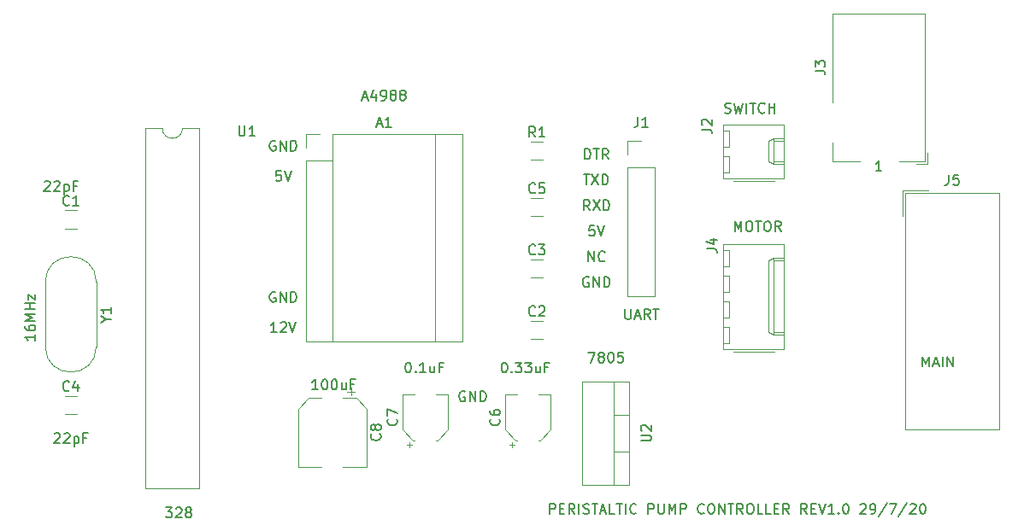
<source format=gbr>
G04 #@! TF.GenerationSoftware,KiCad,Pcbnew,(5.0.1)-rc2*
G04 #@! TF.CreationDate,2020-08-26T14:01:22+08:00*
G04 #@! TF.ProjectId,Peristaltic Pump PCB,506572697374616C7469632050756D70,rev?*
G04 #@! TF.SameCoordinates,PX2ebae40PY9d5b340*
G04 #@! TF.FileFunction,Legend,Top*
G04 #@! TF.FilePolarity,Positive*
%FSLAX46Y46*%
G04 Gerber Fmt 4.6, Leading zero omitted, Abs format (unit mm)*
G04 Created by KiCad (PCBNEW (5.0.1)-rc2) date 08/26/20 14:01:22*
%MOMM*%
%LPD*%
G01*
G04 APERTURE LIST*
%ADD10C,0.150000*%
%ADD11C,0.120000*%
G04 APERTURE END LIST*
D10*
X61879761Y21847620D02*
X61879761Y21038096D01*
X61927380Y20942858D01*
X61975000Y20895239D01*
X62070238Y20847620D01*
X62260714Y20847620D01*
X62355952Y20895239D01*
X62403571Y20942858D01*
X62451190Y21038096D01*
X62451190Y21847620D01*
X62879761Y21133334D02*
X63355952Y21133334D01*
X62784523Y20847620D02*
X63117857Y21847620D01*
X63451190Y20847620D01*
X64355952Y20847620D02*
X64022619Y21323810D01*
X63784523Y20847620D02*
X63784523Y21847620D01*
X64165476Y21847620D01*
X64260714Y21800000D01*
X64308333Y21752381D01*
X64355952Y21657143D01*
X64355952Y21514286D01*
X64308333Y21419048D01*
X64260714Y21371429D01*
X64165476Y21323810D01*
X63784523Y21323810D01*
X64641666Y21847620D02*
X65213095Y21847620D01*
X64927380Y20847620D02*
X64927380Y21847620D01*
X91336190Y16132620D02*
X91336190Y17132620D01*
X91669523Y16418334D01*
X92002857Y17132620D01*
X92002857Y16132620D01*
X92431428Y16418334D02*
X92907619Y16418334D01*
X92336190Y16132620D02*
X92669523Y17132620D01*
X93002857Y16132620D01*
X93336190Y16132620D02*
X93336190Y17132620D01*
X93812380Y16132620D02*
X93812380Y17132620D01*
X94383809Y16132620D01*
X94383809Y17132620D01*
X16389285Y2162620D02*
X17008333Y2162620D01*
X16675000Y1781667D01*
X16817857Y1781667D01*
X16913095Y1734048D01*
X16960714Y1686429D01*
X17008333Y1591191D01*
X17008333Y1353096D01*
X16960714Y1257858D01*
X16913095Y1210239D01*
X16817857Y1162620D01*
X16532142Y1162620D01*
X16436904Y1210239D01*
X16389285Y1257858D01*
X17389285Y2067381D02*
X17436904Y2115000D01*
X17532142Y2162620D01*
X17770238Y2162620D01*
X17865476Y2115000D01*
X17913095Y2067381D01*
X17960714Y1972143D01*
X17960714Y1876905D01*
X17913095Y1734048D01*
X17341666Y1162620D01*
X17960714Y1162620D01*
X18532142Y1734048D02*
X18436904Y1781667D01*
X18389285Y1829286D01*
X18341666Y1924524D01*
X18341666Y1972143D01*
X18389285Y2067381D01*
X18436904Y2115000D01*
X18532142Y2162620D01*
X18722619Y2162620D01*
X18817857Y2115000D01*
X18865476Y2067381D01*
X18913095Y1972143D01*
X18913095Y1924524D01*
X18865476Y1829286D01*
X18817857Y1781667D01*
X18722619Y1734048D01*
X18532142Y1734048D01*
X18436904Y1686429D01*
X18389285Y1638810D01*
X18341666Y1543572D01*
X18341666Y1353096D01*
X18389285Y1257858D01*
X18436904Y1210239D01*
X18532142Y1162620D01*
X18722619Y1162620D01*
X18817857Y1210239D01*
X18865476Y1257858D01*
X18913095Y1353096D01*
X18913095Y1543572D01*
X18865476Y1638810D01*
X18817857Y1686429D01*
X18722619Y1734048D01*
X58268095Y24975000D02*
X58172857Y25022620D01*
X58030000Y25022620D01*
X57887142Y24975000D01*
X57791904Y24879762D01*
X57744285Y24784524D01*
X57696666Y24594048D01*
X57696666Y24451191D01*
X57744285Y24260715D01*
X57791904Y24165477D01*
X57887142Y24070239D01*
X58030000Y24022620D01*
X58125238Y24022620D01*
X58268095Y24070239D01*
X58315714Y24117858D01*
X58315714Y24451191D01*
X58125238Y24451191D01*
X58744285Y24022620D02*
X58744285Y25022620D01*
X59315714Y24022620D01*
X59315714Y25022620D01*
X59791904Y24022620D02*
X59791904Y25022620D01*
X60030000Y25022620D01*
X60172857Y24975000D01*
X60268095Y24879762D01*
X60315714Y24784524D01*
X60363333Y24594048D01*
X60363333Y24451191D01*
X60315714Y24260715D01*
X60268095Y24165477D01*
X60172857Y24070239D01*
X60030000Y24022620D01*
X59791904Y24022620D01*
X27238095Y38500000D02*
X27142857Y38547620D01*
X27000000Y38547620D01*
X26857142Y38500000D01*
X26761904Y38404762D01*
X26714285Y38309524D01*
X26666666Y38119048D01*
X26666666Y37976191D01*
X26714285Y37785715D01*
X26761904Y37690477D01*
X26857142Y37595239D01*
X27000000Y37547620D01*
X27095238Y37547620D01*
X27238095Y37595239D01*
X27285714Y37642858D01*
X27285714Y37976191D01*
X27095238Y37976191D01*
X27714285Y37547620D02*
X27714285Y38547620D01*
X28285714Y37547620D01*
X28285714Y38547620D01*
X28761904Y37547620D02*
X28761904Y38547620D01*
X29000000Y38547620D01*
X29142857Y38500000D01*
X29238095Y38404762D01*
X29285714Y38309524D01*
X29333333Y38119048D01*
X29333333Y37976191D01*
X29285714Y37785715D01*
X29238095Y37690477D01*
X29142857Y37595239D01*
X29000000Y37547620D01*
X28761904Y37547620D01*
X87285714Y35547620D02*
X86714285Y35547620D01*
X87000000Y35547620D02*
X87000000Y36547620D01*
X86904761Y36404762D01*
X86809523Y36309524D01*
X86714285Y36261905D01*
X27380952Y19547620D02*
X26809523Y19547620D01*
X27095238Y19547620D02*
X27095238Y20547620D01*
X27000000Y20404762D01*
X26904761Y20309524D01*
X26809523Y20261905D01*
X27761904Y20452381D02*
X27809523Y20500000D01*
X27904761Y20547620D01*
X28142857Y20547620D01*
X28238095Y20500000D01*
X28285714Y20452381D01*
X28333333Y20357143D01*
X28333333Y20261905D01*
X28285714Y20119048D01*
X27714285Y19547620D01*
X28333333Y19547620D01*
X28619047Y20547620D02*
X28952380Y19547620D01*
X29285714Y20547620D01*
X4357142Y34452381D02*
X4404761Y34500000D01*
X4500000Y34547620D01*
X4738095Y34547620D01*
X4833333Y34500000D01*
X4880952Y34452381D01*
X4928571Y34357143D01*
X4928571Y34261905D01*
X4880952Y34119048D01*
X4309523Y33547620D01*
X4928571Y33547620D01*
X5309523Y34452381D02*
X5357142Y34500000D01*
X5452380Y34547620D01*
X5690476Y34547620D01*
X5785714Y34500000D01*
X5833333Y34452381D01*
X5880952Y34357143D01*
X5880952Y34261905D01*
X5833333Y34119048D01*
X5261904Y33547620D01*
X5880952Y33547620D01*
X6309523Y34214286D02*
X6309523Y33214286D01*
X6309523Y34166667D02*
X6404761Y34214286D01*
X6595238Y34214286D01*
X6690476Y34166667D01*
X6738095Y34119048D01*
X6785714Y34023810D01*
X6785714Y33738096D01*
X6738095Y33642858D01*
X6690476Y33595239D01*
X6595238Y33547620D01*
X6404761Y33547620D01*
X6309523Y33595239D01*
X7547619Y34071429D02*
X7214285Y34071429D01*
X7214285Y33547620D02*
X7214285Y34547620D01*
X7690476Y34547620D01*
X72738095Y29547620D02*
X72738095Y30547620D01*
X73071428Y29833334D01*
X73404761Y30547620D01*
X73404761Y29547620D01*
X74071428Y30547620D02*
X74261904Y30547620D01*
X74357142Y30500000D01*
X74452380Y30404762D01*
X74500000Y30214286D01*
X74500000Y29880953D01*
X74452380Y29690477D01*
X74357142Y29595239D01*
X74261904Y29547620D01*
X74071428Y29547620D01*
X73976190Y29595239D01*
X73880952Y29690477D01*
X73833333Y29880953D01*
X73833333Y30214286D01*
X73880952Y30404762D01*
X73976190Y30500000D01*
X74071428Y30547620D01*
X74785714Y30547620D02*
X75357142Y30547620D01*
X75071428Y29547620D02*
X75071428Y30547620D01*
X75880952Y30547620D02*
X76071428Y30547620D01*
X76166666Y30500000D01*
X76261904Y30404762D01*
X76309523Y30214286D01*
X76309523Y29880953D01*
X76261904Y29690477D01*
X76166666Y29595239D01*
X76071428Y29547620D01*
X75880952Y29547620D01*
X75785714Y29595239D01*
X75690476Y29690477D01*
X75642857Y29880953D01*
X75642857Y30214286D01*
X75690476Y30404762D01*
X75785714Y30500000D01*
X75880952Y30547620D01*
X77309523Y29547620D02*
X76976190Y30023810D01*
X76738095Y29547620D02*
X76738095Y30547620D01*
X77119047Y30547620D01*
X77214285Y30500000D01*
X77261904Y30452381D01*
X77309523Y30357143D01*
X77309523Y30214286D01*
X77261904Y30119048D01*
X77214285Y30071429D01*
X77119047Y30023810D01*
X76738095Y30023810D01*
X3452380Y19309524D02*
X3452380Y18738096D01*
X3452380Y19023810D02*
X2452380Y19023810D01*
X2595238Y18928572D01*
X2690476Y18833334D01*
X2738095Y18738096D01*
X2452380Y20166667D02*
X2452380Y19976191D01*
X2500000Y19880953D01*
X2547619Y19833334D01*
X2690476Y19738096D01*
X2880952Y19690477D01*
X3261904Y19690477D01*
X3357142Y19738096D01*
X3404761Y19785715D01*
X3452380Y19880953D01*
X3452380Y20071429D01*
X3404761Y20166667D01*
X3357142Y20214286D01*
X3261904Y20261905D01*
X3023809Y20261905D01*
X2928571Y20214286D01*
X2880952Y20166667D01*
X2833333Y20071429D01*
X2833333Y19880953D01*
X2880952Y19785715D01*
X2928571Y19738096D01*
X3023809Y19690477D01*
X3452380Y20690477D02*
X2452380Y20690477D01*
X3166666Y21023810D01*
X2452380Y21357143D01*
X3452380Y21357143D01*
X3452380Y21833334D02*
X2452380Y21833334D01*
X2928571Y21833334D02*
X2928571Y22404762D01*
X3452380Y22404762D02*
X2452380Y22404762D01*
X2785714Y22785715D02*
X2785714Y23309524D01*
X3452380Y22785715D01*
X3452380Y23309524D01*
X57768095Y35182620D02*
X58339523Y35182620D01*
X58053809Y34182620D02*
X58053809Y35182620D01*
X58577619Y35182620D02*
X59244285Y34182620D01*
X59244285Y35182620D02*
X58577619Y34182620D01*
X59625238Y34182620D02*
X59625238Y35182620D01*
X59863333Y35182620D01*
X60006190Y35135000D01*
X60101428Y35039762D01*
X60149047Y34944524D01*
X60196666Y34754048D01*
X60196666Y34611191D01*
X60149047Y34420715D01*
X60101428Y34325477D01*
X60006190Y34230239D01*
X59863333Y34182620D01*
X59625238Y34182620D01*
X46013095Y13640000D02*
X45917857Y13687620D01*
X45775000Y13687620D01*
X45632142Y13640000D01*
X45536904Y13544762D01*
X45489285Y13449524D01*
X45441666Y13259048D01*
X45441666Y13116191D01*
X45489285Y12925715D01*
X45536904Y12830477D01*
X45632142Y12735239D01*
X45775000Y12687620D01*
X45870238Y12687620D01*
X46013095Y12735239D01*
X46060714Y12782858D01*
X46060714Y13116191D01*
X45870238Y13116191D01*
X46489285Y12687620D02*
X46489285Y13687620D01*
X47060714Y12687620D01*
X47060714Y13687620D01*
X47536904Y12687620D02*
X47536904Y13687620D01*
X47775000Y13687620D01*
X47917857Y13640000D01*
X48013095Y13544762D01*
X48060714Y13449524D01*
X48108333Y13259048D01*
X48108333Y13116191D01*
X48060714Y12925715D01*
X48013095Y12830477D01*
X47917857Y12735239D01*
X47775000Y12687620D01*
X47536904Y12687620D01*
X27238095Y23500000D02*
X27142857Y23547620D01*
X27000000Y23547620D01*
X26857142Y23500000D01*
X26761904Y23404762D01*
X26714285Y23309524D01*
X26666666Y23119048D01*
X26666666Y22976191D01*
X26714285Y22785715D01*
X26761904Y22690477D01*
X26857142Y22595239D01*
X27000000Y22547620D01*
X27095238Y22547620D01*
X27238095Y22595239D01*
X27285714Y22642858D01*
X27285714Y22976191D01*
X27095238Y22976191D01*
X27714285Y22547620D02*
X27714285Y23547620D01*
X28285714Y22547620D01*
X28285714Y23547620D01*
X28761904Y22547620D02*
X28761904Y23547620D01*
X29000000Y23547620D01*
X29142857Y23500000D01*
X29238095Y23404762D01*
X29285714Y23309524D01*
X29333333Y23119048D01*
X29333333Y22976191D01*
X29285714Y22785715D01*
X29238095Y22690477D01*
X29142857Y22595239D01*
X29000000Y22547620D01*
X28761904Y22547620D01*
X58238095Y17547620D02*
X58904761Y17547620D01*
X58476190Y16547620D01*
X59428571Y17119048D02*
X59333333Y17166667D01*
X59285714Y17214286D01*
X59238095Y17309524D01*
X59238095Y17357143D01*
X59285714Y17452381D01*
X59333333Y17500000D01*
X59428571Y17547620D01*
X59619047Y17547620D01*
X59714285Y17500000D01*
X59761904Y17452381D01*
X59809523Y17357143D01*
X59809523Y17309524D01*
X59761904Y17214286D01*
X59714285Y17166667D01*
X59619047Y17119048D01*
X59428571Y17119048D01*
X59333333Y17071429D01*
X59285714Y17023810D01*
X59238095Y16928572D01*
X59238095Y16738096D01*
X59285714Y16642858D01*
X59333333Y16595239D01*
X59428571Y16547620D01*
X59619047Y16547620D01*
X59714285Y16595239D01*
X59761904Y16642858D01*
X59809523Y16738096D01*
X59809523Y16928572D01*
X59761904Y17023810D01*
X59714285Y17071429D01*
X59619047Y17119048D01*
X60428571Y17547620D02*
X60523809Y17547620D01*
X60619047Y17500000D01*
X60666666Y17452381D01*
X60714285Y17357143D01*
X60761904Y17166667D01*
X60761904Y16928572D01*
X60714285Y16738096D01*
X60666666Y16642858D01*
X60619047Y16595239D01*
X60523809Y16547620D01*
X60428571Y16547620D01*
X60333333Y16595239D01*
X60285714Y16642858D01*
X60238095Y16738096D01*
X60190476Y16928572D01*
X60190476Y17166667D01*
X60238095Y17357143D01*
X60285714Y17452381D01*
X60333333Y17500000D01*
X60428571Y17547620D01*
X61666666Y17547620D02*
X61190476Y17547620D01*
X61142857Y17071429D01*
X61190476Y17119048D01*
X61285714Y17166667D01*
X61523809Y17166667D01*
X61619047Y17119048D01*
X61666666Y17071429D01*
X61714285Y16976191D01*
X61714285Y16738096D01*
X61666666Y16642858D01*
X61619047Y16595239D01*
X61523809Y16547620D01*
X61285714Y16547620D01*
X61190476Y16595239D01*
X61142857Y16642858D01*
X71755000Y41325239D02*
X71897857Y41277620D01*
X72135952Y41277620D01*
X72231190Y41325239D01*
X72278809Y41372858D01*
X72326428Y41468096D01*
X72326428Y41563334D01*
X72278809Y41658572D01*
X72231190Y41706191D01*
X72135952Y41753810D01*
X71945476Y41801429D01*
X71850238Y41849048D01*
X71802619Y41896667D01*
X71755000Y41991905D01*
X71755000Y42087143D01*
X71802619Y42182381D01*
X71850238Y42230000D01*
X71945476Y42277620D01*
X72183571Y42277620D01*
X72326428Y42230000D01*
X72659761Y42277620D02*
X72897857Y41277620D01*
X73088333Y41991905D01*
X73278809Y41277620D01*
X73516904Y42277620D01*
X73897857Y41277620D02*
X73897857Y42277620D01*
X74231190Y42277620D02*
X74802619Y42277620D01*
X74516904Y41277620D02*
X74516904Y42277620D01*
X75707380Y41372858D02*
X75659761Y41325239D01*
X75516904Y41277620D01*
X75421666Y41277620D01*
X75278809Y41325239D01*
X75183571Y41420477D01*
X75135952Y41515715D01*
X75088333Y41706191D01*
X75088333Y41849048D01*
X75135952Y42039524D01*
X75183571Y42134762D01*
X75278809Y42230000D01*
X75421666Y42277620D01*
X75516904Y42277620D01*
X75659761Y42230000D01*
X75707380Y42182381D01*
X76135952Y41277620D02*
X76135952Y42277620D01*
X76135952Y41801429D02*
X76707380Y41801429D01*
X76707380Y41277620D02*
X76707380Y42277620D01*
X35857142Y42833334D02*
X36333333Y42833334D01*
X35761904Y42547620D02*
X36095238Y43547620D01*
X36428571Y42547620D01*
X37190476Y43214286D02*
X37190476Y42547620D01*
X36952380Y43595239D02*
X36714285Y42880953D01*
X37333333Y42880953D01*
X37761904Y42547620D02*
X37952380Y42547620D01*
X38047619Y42595239D01*
X38095238Y42642858D01*
X38190476Y42785715D01*
X38238095Y42976191D01*
X38238095Y43357143D01*
X38190476Y43452381D01*
X38142857Y43500000D01*
X38047619Y43547620D01*
X37857142Y43547620D01*
X37761904Y43500000D01*
X37714285Y43452381D01*
X37666666Y43357143D01*
X37666666Y43119048D01*
X37714285Y43023810D01*
X37761904Y42976191D01*
X37857142Y42928572D01*
X38047619Y42928572D01*
X38142857Y42976191D01*
X38190476Y43023810D01*
X38238095Y43119048D01*
X38809523Y43119048D02*
X38714285Y43166667D01*
X38666666Y43214286D01*
X38619047Y43309524D01*
X38619047Y43357143D01*
X38666666Y43452381D01*
X38714285Y43500000D01*
X38809523Y43547620D01*
X39000000Y43547620D01*
X39095238Y43500000D01*
X39142857Y43452381D01*
X39190476Y43357143D01*
X39190476Y43309524D01*
X39142857Y43214286D01*
X39095238Y43166667D01*
X39000000Y43119048D01*
X38809523Y43119048D01*
X38714285Y43071429D01*
X38666666Y43023810D01*
X38619047Y42928572D01*
X38619047Y42738096D01*
X38666666Y42642858D01*
X38714285Y42595239D01*
X38809523Y42547620D01*
X39000000Y42547620D01*
X39095238Y42595239D01*
X39142857Y42642858D01*
X39190476Y42738096D01*
X39190476Y42928572D01*
X39142857Y43023810D01*
X39095238Y43071429D01*
X39000000Y43119048D01*
X39761904Y43119048D02*
X39666666Y43166667D01*
X39619047Y43214286D01*
X39571428Y43309524D01*
X39571428Y43357143D01*
X39619047Y43452381D01*
X39666666Y43500000D01*
X39761904Y43547620D01*
X39952380Y43547620D01*
X40047619Y43500000D01*
X40095238Y43452381D01*
X40142857Y43357143D01*
X40142857Y43309524D01*
X40095238Y43214286D01*
X40047619Y43166667D01*
X39952380Y43119048D01*
X39761904Y43119048D01*
X39666666Y43071429D01*
X39619047Y43023810D01*
X39571428Y42928572D01*
X39571428Y42738096D01*
X39619047Y42642858D01*
X39666666Y42595239D01*
X39761904Y42547620D01*
X39952380Y42547620D01*
X40047619Y42595239D01*
X40095238Y42642858D01*
X40142857Y42738096D01*
X40142857Y42928572D01*
X40095238Y43023810D01*
X40047619Y43071429D01*
X39952380Y43119048D01*
X27809523Y35547620D02*
X27333333Y35547620D01*
X27285714Y35071429D01*
X27333333Y35119048D01*
X27428571Y35166667D01*
X27666666Y35166667D01*
X27761904Y35119048D01*
X27809523Y35071429D01*
X27857142Y34976191D01*
X27857142Y34738096D01*
X27809523Y34642858D01*
X27761904Y34595239D01*
X27666666Y34547620D01*
X27428571Y34547620D01*
X27333333Y34595239D01*
X27285714Y34642858D01*
X28142857Y35547620D02*
X28476190Y34547620D01*
X28809523Y35547620D01*
X57887142Y36722620D02*
X57887142Y37722620D01*
X58125238Y37722620D01*
X58268095Y37675000D01*
X58363333Y37579762D01*
X58410952Y37484524D01*
X58458571Y37294048D01*
X58458571Y37151191D01*
X58410952Y36960715D01*
X58363333Y36865477D01*
X58268095Y36770239D01*
X58125238Y36722620D01*
X57887142Y36722620D01*
X58744285Y37722620D02*
X59315714Y37722620D01*
X59030000Y36722620D02*
X59030000Y37722620D01*
X60220476Y36722620D02*
X59887142Y37198810D01*
X59649047Y36722620D02*
X59649047Y37722620D01*
X60030000Y37722620D01*
X60125238Y37675000D01*
X60172857Y37627381D01*
X60220476Y37532143D01*
X60220476Y37389286D01*
X60172857Y37294048D01*
X60125238Y37246429D01*
X60030000Y37198810D01*
X59649047Y37198810D01*
X54404761Y1547620D02*
X54404761Y2547620D01*
X54785714Y2547620D01*
X54880952Y2500000D01*
X54928571Y2452381D01*
X54976190Y2357143D01*
X54976190Y2214286D01*
X54928571Y2119048D01*
X54880952Y2071429D01*
X54785714Y2023810D01*
X54404761Y2023810D01*
X55404761Y2071429D02*
X55738095Y2071429D01*
X55880952Y1547620D02*
X55404761Y1547620D01*
X55404761Y2547620D01*
X55880952Y2547620D01*
X56880952Y1547620D02*
X56547619Y2023810D01*
X56309523Y1547620D02*
X56309523Y2547620D01*
X56690476Y2547620D01*
X56785714Y2500000D01*
X56833333Y2452381D01*
X56880952Y2357143D01*
X56880952Y2214286D01*
X56833333Y2119048D01*
X56785714Y2071429D01*
X56690476Y2023810D01*
X56309523Y2023810D01*
X57309523Y1547620D02*
X57309523Y2547620D01*
X57738095Y1595239D02*
X57880952Y1547620D01*
X58119047Y1547620D01*
X58214285Y1595239D01*
X58261904Y1642858D01*
X58309523Y1738096D01*
X58309523Y1833334D01*
X58261904Y1928572D01*
X58214285Y1976191D01*
X58119047Y2023810D01*
X57928571Y2071429D01*
X57833333Y2119048D01*
X57785714Y2166667D01*
X57738095Y2261905D01*
X57738095Y2357143D01*
X57785714Y2452381D01*
X57833333Y2500000D01*
X57928571Y2547620D01*
X58166666Y2547620D01*
X58309523Y2500000D01*
X58595238Y2547620D02*
X59166666Y2547620D01*
X58880952Y1547620D02*
X58880952Y2547620D01*
X59452380Y1833334D02*
X59928571Y1833334D01*
X59357142Y1547620D02*
X59690476Y2547620D01*
X60023809Y1547620D01*
X60833333Y1547620D02*
X60357142Y1547620D01*
X60357142Y2547620D01*
X61023809Y2547620D02*
X61595238Y2547620D01*
X61309523Y1547620D02*
X61309523Y2547620D01*
X61928571Y1547620D02*
X61928571Y2547620D01*
X62976190Y1642858D02*
X62928571Y1595239D01*
X62785714Y1547620D01*
X62690476Y1547620D01*
X62547619Y1595239D01*
X62452380Y1690477D01*
X62404761Y1785715D01*
X62357142Y1976191D01*
X62357142Y2119048D01*
X62404761Y2309524D01*
X62452380Y2404762D01*
X62547619Y2500000D01*
X62690476Y2547620D01*
X62785714Y2547620D01*
X62928571Y2500000D01*
X62976190Y2452381D01*
X64166666Y1547620D02*
X64166666Y2547620D01*
X64547619Y2547620D01*
X64642857Y2500000D01*
X64690476Y2452381D01*
X64738095Y2357143D01*
X64738095Y2214286D01*
X64690476Y2119048D01*
X64642857Y2071429D01*
X64547619Y2023810D01*
X64166666Y2023810D01*
X65166666Y2547620D02*
X65166666Y1738096D01*
X65214285Y1642858D01*
X65261904Y1595239D01*
X65357142Y1547620D01*
X65547619Y1547620D01*
X65642857Y1595239D01*
X65690476Y1642858D01*
X65738095Y1738096D01*
X65738095Y2547620D01*
X66214285Y1547620D02*
X66214285Y2547620D01*
X66547619Y1833334D01*
X66880952Y2547620D01*
X66880952Y1547620D01*
X67357142Y1547620D02*
X67357142Y2547620D01*
X67738095Y2547620D01*
X67833333Y2500000D01*
X67880952Y2452381D01*
X67928571Y2357143D01*
X67928571Y2214286D01*
X67880952Y2119048D01*
X67833333Y2071429D01*
X67738095Y2023810D01*
X67357142Y2023810D01*
X69690476Y1642858D02*
X69642857Y1595239D01*
X69500000Y1547620D01*
X69404761Y1547620D01*
X69261904Y1595239D01*
X69166666Y1690477D01*
X69119047Y1785715D01*
X69071428Y1976191D01*
X69071428Y2119048D01*
X69119047Y2309524D01*
X69166666Y2404762D01*
X69261904Y2500000D01*
X69404761Y2547620D01*
X69500000Y2547620D01*
X69642857Y2500000D01*
X69690476Y2452381D01*
X70309523Y2547620D02*
X70500000Y2547620D01*
X70595238Y2500000D01*
X70690476Y2404762D01*
X70738095Y2214286D01*
X70738095Y1880953D01*
X70690476Y1690477D01*
X70595238Y1595239D01*
X70500000Y1547620D01*
X70309523Y1547620D01*
X70214285Y1595239D01*
X70119047Y1690477D01*
X70071428Y1880953D01*
X70071428Y2214286D01*
X70119047Y2404762D01*
X70214285Y2500000D01*
X70309523Y2547620D01*
X71166666Y1547620D02*
X71166666Y2547620D01*
X71738095Y1547620D01*
X71738095Y2547620D01*
X72071428Y2547620D02*
X72642857Y2547620D01*
X72357142Y1547620D02*
X72357142Y2547620D01*
X73547619Y1547620D02*
X73214285Y2023810D01*
X72976190Y1547620D02*
X72976190Y2547620D01*
X73357142Y2547620D01*
X73452380Y2500000D01*
X73500000Y2452381D01*
X73547619Y2357143D01*
X73547619Y2214286D01*
X73500000Y2119048D01*
X73452380Y2071429D01*
X73357142Y2023810D01*
X72976190Y2023810D01*
X74166666Y2547620D02*
X74357142Y2547620D01*
X74452380Y2500000D01*
X74547619Y2404762D01*
X74595238Y2214286D01*
X74595238Y1880953D01*
X74547619Y1690477D01*
X74452380Y1595239D01*
X74357142Y1547620D01*
X74166666Y1547620D01*
X74071428Y1595239D01*
X73976190Y1690477D01*
X73928571Y1880953D01*
X73928571Y2214286D01*
X73976190Y2404762D01*
X74071428Y2500000D01*
X74166666Y2547620D01*
X75500000Y1547620D02*
X75023809Y1547620D01*
X75023809Y2547620D01*
X76309523Y1547620D02*
X75833333Y1547620D01*
X75833333Y2547620D01*
X76642857Y2071429D02*
X76976190Y2071429D01*
X77119047Y1547620D02*
X76642857Y1547620D01*
X76642857Y2547620D01*
X77119047Y2547620D01*
X78119047Y1547620D02*
X77785714Y2023810D01*
X77547619Y1547620D02*
X77547619Y2547620D01*
X77928571Y2547620D01*
X78023809Y2500000D01*
X78071428Y2452381D01*
X78119047Y2357143D01*
X78119047Y2214286D01*
X78071428Y2119048D01*
X78023809Y2071429D01*
X77928571Y2023810D01*
X77547619Y2023810D01*
X79880952Y1547620D02*
X79547619Y2023810D01*
X79309523Y1547620D02*
X79309523Y2547620D01*
X79690476Y2547620D01*
X79785714Y2500000D01*
X79833333Y2452381D01*
X79880952Y2357143D01*
X79880952Y2214286D01*
X79833333Y2119048D01*
X79785714Y2071429D01*
X79690476Y2023810D01*
X79309523Y2023810D01*
X80309523Y2071429D02*
X80642857Y2071429D01*
X80785714Y1547620D02*
X80309523Y1547620D01*
X80309523Y2547620D01*
X80785714Y2547620D01*
X81071428Y2547620D02*
X81404761Y1547620D01*
X81738095Y2547620D01*
X82595238Y1547620D02*
X82023809Y1547620D01*
X82309523Y1547620D02*
X82309523Y2547620D01*
X82214285Y2404762D01*
X82119047Y2309524D01*
X82023809Y2261905D01*
X83023809Y1642858D02*
X83071428Y1595239D01*
X83023809Y1547620D01*
X82976190Y1595239D01*
X83023809Y1642858D01*
X83023809Y1547620D01*
X83690476Y2547620D02*
X83785714Y2547620D01*
X83880952Y2500000D01*
X83928571Y2452381D01*
X83976190Y2357143D01*
X84023809Y2166667D01*
X84023809Y1928572D01*
X83976190Y1738096D01*
X83928571Y1642858D01*
X83880952Y1595239D01*
X83785714Y1547620D01*
X83690476Y1547620D01*
X83595238Y1595239D01*
X83547619Y1642858D01*
X83500000Y1738096D01*
X83452380Y1928572D01*
X83452380Y2166667D01*
X83500000Y2357143D01*
X83547619Y2452381D01*
X83595238Y2500000D01*
X83690476Y2547620D01*
X85166666Y2452381D02*
X85214285Y2500000D01*
X85309523Y2547620D01*
X85547619Y2547620D01*
X85642857Y2500000D01*
X85690476Y2452381D01*
X85738095Y2357143D01*
X85738095Y2261905D01*
X85690476Y2119048D01*
X85119047Y1547620D01*
X85738095Y1547620D01*
X86214285Y1547620D02*
X86404761Y1547620D01*
X86500000Y1595239D01*
X86547619Y1642858D01*
X86642857Y1785715D01*
X86690476Y1976191D01*
X86690476Y2357143D01*
X86642857Y2452381D01*
X86595238Y2500000D01*
X86500000Y2547620D01*
X86309523Y2547620D01*
X86214285Y2500000D01*
X86166666Y2452381D01*
X86119047Y2357143D01*
X86119047Y2119048D01*
X86166666Y2023810D01*
X86214285Y1976191D01*
X86309523Y1928572D01*
X86500000Y1928572D01*
X86595238Y1976191D01*
X86642857Y2023810D01*
X86690476Y2119048D01*
X87833333Y2595239D02*
X86976190Y1309524D01*
X88071428Y2547620D02*
X88738095Y2547620D01*
X88309523Y1547620D01*
X89833333Y2595239D02*
X88976190Y1309524D01*
X90119047Y2452381D02*
X90166666Y2500000D01*
X90261904Y2547620D01*
X90500000Y2547620D01*
X90595238Y2500000D01*
X90642857Y2452381D01*
X90690476Y2357143D01*
X90690476Y2261905D01*
X90642857Y2119048D01*
X90071428Y1547620D01*
X90690476Y1547620D01*
X91309523Y2547620D02*
X91404761Y2547620D01*
X91500000Y2500000D01*
X91547619Y2452381D01*
X91595238Y2357143D01*
X91642857Y2166667D01*
X91642857Y1928572D01*
X91595238Y1738096D01*
X91547619Y1642858D01*
X91500000Y1595239D01*
X91404761Y1547620D01*
X91309523Y1547620D01*
X91214285Y1595239D01*
X91166666Y1642858D01*
X91119047Y1738096D01*
X91071428Y1928572D01*
X91071428Y2166667D01*
X91119047Y2357143D01*
X91166666Y2452381D01*
X91214285Y2500000D01*
X91309523Y2547620D01*
X40357142Y16547620D02*
X40452380Y16547620D01*
X40547619Y16500000D01*
X40595238Y16452381D01*
X40642857Y16357143D01*
X40690476Y16166667D01*
X40690476Y15928572D01*
X40642857Y15738096D01*
X40595238Y15642858D01*
X40547619Y15595239D01*
X40452380Y15547620D01*
X40357142Y15547620D01*
X40261904Y15595239D01*
X40214285Y15642858D01*
X40166666Y15738096D01*
X40119047Y15928572D01*
X40119047Y16166667D01*
X40166666Y16357143D01*
X40214285Y16452381D01*
X40261904Y16500000D01*
X40357142Y16547620D01*
X41119047Y15642858D02*
X41166666Y15595239D01*
X41119047Y15547620D01*
X41071428Y15595239D01*
X41119047Y15642858D01*
X41119047Y15547620D01*
X42119047Y15547620D02*
X41547619Y15547620D01*
X41833333Y15547620D02*
X41833333Y16547620D01*
X41738095Y16404762D01*
X41642857Y16309524D01*
X41547619Y16261905D01*
X42976190Y16214286D02*
X42976190Y15547620D01*
X42547619Y16214286D02*
X42547619Y15690477D01*
X42595238Y15595239D01*
X42690476Y15547620D01*
X42833333Y15547620D01*
X42928571Y15595239D01*
X42976190Y15642858D01*
X43785714Y16071429D02*
X43452380Y16071429D01*
X43452380Y15547620D02*
X43452380Y16547620D01*
X43928571Y16547620D01*
X31452380Y13862620D02*
X30880952Y13862620D01*
X31166666Y13862620D02*
X31166666Y14862620D01*
X31071428Y14719762D01*
X30976190Y14624524D01*
X30880952Y14576905D01*
X32071428Y14862620D02*
X32166666Y14862620D01*
X32261904Y14815000D01*
X32309523Y14767381D01*
X32357142Y14672143D01*
X32404761Y14481667D01*
X32404761Y14243572D01*
X32357142Y14053096D01*
X32309523Y13957858D01*
X32261904Y13910239D01*
X32166666Y13862620D01*
X32071428Y13862620D01*
X31976190Y13910239D01*
X31928571Y13957858D01*
X31880952Y14053096D01*
X31833333Y14243572D01*
X31833333Y14481667D01*
X31880952Y14672143D01*
X31928571Y14767381D01*
X31976190Y14815000D01*
X32071428Y14862620D01*
X33023809Y14862620D02*
X33119047Y14862620D01*
X33214285Y14815000D01*
X33261904Y14767381D01*
X33309523Y14672143D01*
X33357142Y14481667D01*
X33357142Y14243572D01*
X33309523Y14053096D01*
X33261904Y13957858D01*
X33214285Y13910239D01*
X33119047Y13862620D01*
X33023809Y13862620D01*
X32928571Y13910239D01*
X32880952Y13957858D01*
X32833333Y14053096D01*
X32785714Y14243572D01*
X32785714Y14481667D01*
X32833333Y14672143D01*
X32880952Y14767381D01*
X32928571Y14815000D01*
X33023809Y14862620D01*
X34214285Y14529286D02*
X34214285Y13862620D01*
X33785714Y14529286D02*
X33785714Y14005477D01*
X33833333Y13910239D01*
X33928571Y13862620D01*
X34071428Y13862620D01*
X34166666Y13910239D01*
X34214285Y13957858D01*
X35023809Y14386429D02*
X34690476Y14386429D01*
X34690476Y13862620D02*
X34690476Y14862620D01*
X35166666Y14862620D01*
X58244285Y26562620D02*
X58244285Y27562620D01*
X58815714Y26562620D01*
X58815714Y27562620D01*
X59863333Y26657858D02*
X59815714Y26610239D01*
X59672857Y26562620D01*
X59577619Y26562620D01*
X59434761Y26610239D01*
X59339523Y26705477D01*
X59291904Y26800715D01*
X59244285Y26991191D01*
X59244285Y27134048D01*
X59291904Y27324524D01*
X59339523Y27419762D01*
X59434761Y27515000D01*
X59577619Y27562620D01*
X59672857Y27562620D01*
X59815714Y27515000D01*
X59863333Y27467381D01*
X58363333Y31642620D02*
X58030000Y32118810D01*
X57791904Y31642620D02*
X57791904Y32642620D01*
X58172857Y32642620D01*
X58268095Y32595000D01*
X58315714Y32547381D01*
X58363333Y32452143D01*
X58363333Y32309286D01*
X58315714Y32214048D01*
X58268095Y32166429D01*
X58172857Y32118810D01*
X57791904Y32118810D01*
X58696666Y32642620D02*
X59363333Y31642620D01*
X59363333Y32642620D02*
X58696666Y31642620D01*
X59744285Y31642620D02*
X59744285Y32642620D01*
X59982380Y32642620D01*
X60125238Y32595000D01*
X60220476Y32499762D01*
X60268095Y32404524D01*
X60315714Y32214048D01*
X60315714Y32071191D01*
X60268095Y31880715D01*
X60220476Y31785477D01*
X60125238Y31690239D01*
X59982380Y31642620D01*
X59744285Y31642620D01*
X49880952Y16547620D02*
X49976190Y16547620D01*
X50071428Y16500000D01*
X50119047Y16452381D01*
X50166666Y16357143D01*
X50214285Y16166667D01*
X50214285Y15928572D01*
X50166666Y15738096D01*
X50119047Y15642858D01*
X50071428Y15595239D01*
X49976190Y15547620D01*
X49880952Y15547620D01*
X49785714Y15595239D01*
X49738095Y15642858D01*
X49690476Y15738096D01*
X49642857Y15928572D01*
X49642857Y16166667D01*
X49690476Y16357143D01*
X49738095Y16452381D01*
X49785714Y16500000D01*
X49880952Y16547620D01*
X50642857Y15642858D02*
X50690476Y15595239D01*
X50642857Y15547620D01*
X50595238Y15595239D01*
X50642857Y15642858D01*
X50642857Y15547620D01*
X51023809Y16547620D02*
X51642857Y16547620D01*
X51309523Y16166667D01*
X51452380Y16166667D01*
X51547619Y16119048D01*
X51595238Y16071429D01*
X51642857Y15976191D01*
X51642857Y15738096D01*
X51595238Y15642858D01*
X51547619Y15595239D01*
X51452380Y15547620D01*
X51166666Y15547620D01*
X51071428Y15595239D01*
X51023809Y15642858D01*
X51976190Y16547620D02*
X52595238Y16547620D01*
X52261904Y16166667D01*
X52404761Y16166667D01*
X52500000Y16119048D01*
X52547619Y16071429D01*
X52595238Y15976191D01*
X52595238Y15738096D01*
X52547619Y15642858D01*
X52500000Y15595239D01*
X52404761Y15547620D01*
X52119047Y15547620D01*
X52023809Y15595239D01*
X51976190Y15642858D01*
X53452380Y16214286D02*
X53452380Y15547620D01*
X53023809Y16214286D02*
X53023809Y15690477D01*
X53071428Y15595239D01*
X53166666Y15547620D01*
X53309523Y15547620D01*
X53404761Y15595239D01*
X53452380Y15642858D01*
X54261904Y16071429D02*
X53928571Y16071429D01*
X53928571Y15547620D02*
X53928571Y16547620D01*
X54404761Y16547620D01*
X5357142Y9452381D02*
X5404761Y9500000D01*
X5500000Y9547620D01*
X5738095Y9547620D01*
X5833333Y9500000D01*
X5880952Y9452381D01*
X5928571Y9357143D01*
X5928571Y9261905D01*
X5880952Y9119048D01*
X5309523Y8547620D01*
X5928571Y8547620D01*
X6309523Y9452381D02*
X6357142Y9500000D01*
X6452380Y9547620D01*
X6690476Y9547620D01*
X6785714Y9500000D01*
X6833333Y9452381D01*
X6880952Y9357143D01*
X6880952Y9261905D01*
X6833333Y9119048D01*
X6261904Y8547620D01*
X6880952Y8547620D01*
X7309523Y9214286D02*
X7309523Y8214286D01*
X7309523Y9166667D02*
X7404761Y9214286D01*
X7595238Y9214286D01*
X7690476Y9166667D01*
X7738095Y9119048D01*
X7785714Y9023810D01*
X7785714Y8738096D01*
X7738095Y8642858D01*
X7690476Y8595239D01*
X7595238Y8547620D01*
X7404761Y8547620D01*
X7309523Y8595239D01*
X8547619Y9071429D02*
X8214285Y9071429D01*
X8214285Y8547620D02*
X8214285Y9547620D01*
X8690476Y9547620D01*
X58839523Y30102620D02*
X58363333Y30102620D01*
X58315714Y29626429D01*
X58363333Y29674048D01*
X58458571Y29721667D01*
X58696666Y29721667D01*
X58791904Y29674048D01*
X58839523Y29626429D01*
X58887142Y29531191D01*
X58887142Y29293096D01*
X58839523Y29197858D01*
X58791904Y29150239D01*
X58696666Y29102620D01*
X58458571Y29102620D01*
X58363333Y29150239D01*
X58315714Y29197858D01*
X59172857Y30102620D02*
X59506190Y29102620D01*
X59839523Y30102620D01*
D11*
G04 #@! TO.C,C7*
X44336000Y13368000D02*
X43136000Y13368000D01*
X39816000Y13368000D02*
X41016000Y13368000D01*
X39816000Y9912437D02*
X39816000Y13368000D01*
X44336000Y9912437D02*
X44336000Y13368000D01*
X43271563Y8848000D02*
X43136000Y8848000D01*
X40880437Y8848000D02*
X41016000Y8848000D01*
X40880437Y8848000D02*
X39816000Y9912437D01*
X43271563Y8848000D02*
X44336000Y9912437D01*
X40516000Y8108000D02*
X40516000Y8608000D01*
X40266000Y8358000D02*
X40766000Y8358000D01*
G04 #@! TO.C,C1*
X6372936Y29835000D02*
X7577064Y29835000D01*
X6372936Y31655000D02*
X7577064Y31655000D01*
G04 #@! TO.C,C5*
X52537936Y32878000D02*
X53742064Y32878000D01*
X52537936Y31058000D02*
X53742064Y31058000D01*
G04 #@! TO.C,C6*
X50426000Y8358000D02*
X50926000Y8358000D01*
X50676000Y8108000D02*
X50676000Y8608000D01*
X53431563Y8848000D02*
X54496000Y9912437D01*
X51040437Y8848000D02*
X49976000Y9912437D01*
X51040437Y8848000D02*
X51176000Y8848000D01*
X53431563Y8848000D02*
X53296000Y8848000D01*
X54496000Y9912437D02*
X54496000Y13368000D01*
X49976000Y9912437D02*
X49976000Y13368000D01*
X49976000Y13368000D02*
X51176000Y13368000D01*
X54496000Y13368000D02*
X53296000Y13368000D01*
G04 #@! TO.C,C2*
X52537936Y20686000D02*
X53742064Y20686000D01*
X52537936Y18866000D02*
X53742064Y18866000D01*
G04 #@! TO.C,Y1*
X9500000Y24520000D02*
X9500000Y18120000D01*
X4450000Y24520000D02*
X4450000Y18120000D01*
X4450000Y24520000D02*
G75*
G02X9500000Y24520000I2525000J0D01*
G01*
X4450000Y18120000D02*
G75*
G03X9500000Y18120000I2525000J0D01*
G01*
G04 #@! TO.C,J1*
X62145000Y23145000D02*
X64805000Y23145000D01*
X62145000Y35905000D02*
X62145000Y23145000D01*
X64805000Y35905000D02*
X64805000Y23145000D01*
X62145000Y35905000D02*
X64805000Y35905000D01*
X62145000Y37175000D02*
X62145000Y38505000D01*
X62145000Y38505000D02*
X63475000Y38505000D01*
G04 #@! TO.C,U1*
X19690000Y39775000D02*
X18040000Y39775000D01*
X19690000Y4095000D02*
X19690000Y39775000D01*
X14390000Y4095000D02*
X19690000Y4095000D01*
X14390000Y39775000D02*
X14390000Y4095000D01*
X16040000Y39775000D02*
X14390000Y39775000D01*
X18040000Y39775000D02*
G75*
G02X16040000Y39775000I-1000000J0D01*
G01*
G04 #@! TO.C,R1*
X52537936Y36646000D02*
X53742064Y36646000D01*
X52537936Y38466000D02*
X53742064Y38466000D01*
G04 #@! TO.C,J3*
X90750000Y36265000D02*
X91800000Y36265000D01*
X91800000Y37315000D02*
X91800000Y36265000D01*
X82400000Y42365000D02*
X82400000Y51165000D01*
X82400000Y51165000D02*
X91600000Y51165000D01*
X85100000Y36465000D02*
X82400000Y36465000D01*
X82400000Y36465000D02*
X82400000Y38365000D01*
X91600000Y51165000D02*
X91600000Y36465000D01*
X91600000Y36465000D02*
X89000000Y36465000D01*
G04 #@! TO.C,C3*
X52537936Y24962000D02*
X53742064Y24962000D01*
X52537936Y26782000D02*
X53742064Y26782000D01*
G04 #@! TO.C,J4*
X71606000Y17905000D02*
X77626000Y17905000D01*
X77626000Y17905000D02*
X77626000Y28285000D01*
X77626000Y28285000D02*
X71606000Y28285000D01*
X71606000Y28285000D02*
X71606000Y17905000D01*
X72636000Y17615000D02*
X76636000Y17615000D01*
X77626000Y19285000D02*
X76626000Y19285000D01*
X76626000Y19285000D02*
X76626000Y26905000D01*
X76626000Y26905000D02*
X77626000Y26905000D01*
X76626000Y19285000D02*
X76096000Y19535000D01*
X76096000Y19535000D02*
X76096000Y26655000D01*
X76096000Y26655000D02*
X76626000Y26905000D01*
X77626000Y19535000D02*
X76626000Y19535000D01*
X77626000Y26655000D02*
X76626000Y26655000D01*
X71606000Y18485000D02*
X72206000Y18485000D01*
X72206000Y18485000D02*
X72206000Y20085000D01*
X72206000Y20085000D02*
X71606000Y20085000D01*
X71606000Y21025000D02*
X72206000Y21025000D01*
X72206000Y21025000D02*
X72206000Y22625000D01*
X72206000Y22625000D02*
X71606000Y22625000D01*
X71606000Y23565000D02*
X72206000Y23565000D01*
X72206000Y23565000D02*
X72206000Y25165000D01*
X72206000Y25165000D02*
X71606000Y25165000D01*
X71606000Y26105000D02*
X72206000Y26105000D01*
X72206000Y26105000D02*
X72206000Y27705000D01*
X72206000Y27705000D02*
X71606000Y27705000D01*
G04 #@! TO.C,J5*
X89345000Y33600000D02*
X91885000Y33600000D01*
X89345000Y33600000D02*
X89345000Y31060000D01*
X89595000Y33350000D02*
X98945000Y33350000D01*
X89595000Y9950000D02*
X89595000Y33350000D01*
X98945000Y9950000D02*
X89595000Y9950000D01*
X98945000Y33350000D02*
X98945000Y9950000D01*
G04 #@! TO.C,U2*
X62270000Y14660000D02*
X62270000Y4420000D01*
X57629000Y14660000D02*
X57629000Y4420000D01*
X62270000Y14660000D02*
X57629000Y14660000D01*
X62270000Y4420000D02*
X57629000Y4420000D01*
X60760000Y14660000D02*
X60760000Y4420000D01*
X62270000Y11390000D02*
X60760000Y11390000D01*
X62270000Y7689000D02*
X60760000Y7689000D01*
G04 #@! TO.C,C8*
X29474000Y6206000D02*
X31824000Y6206000D01*
X36294000Y6206000D02*
X33944000Y6206000D01*
X36294000Y11961563D02*
X36294000Y6206000D01*
X29474000Y11961563D02*
X29474000Y6206000D01*
X30538437Y13026000D02*
X31824000Y13026000D01*
X35229563Y13026000D02*
X33944000Y13026000D01*
X35229563Y13026000D02*
X36294000Y11961563D01*
X30538437Y13026000D02*
X29474000Y11961563D01*
X34731500Y14053500D02*
X34731500Y13266000D01*
X35125250Y13659750D02*
X34337750Y13659750D01*
G04 #@! TO.C,A1*
X43075000Y39210000D02*
X43075000Y18630000D01*
X32915000Y36540000D02*
X32915000Y18630000D01*
X31645000Y39210000D02*
X30245000Y39210000D01*
X30245000Y39210000D02*
X30245000Y37810000D01*
X32915000Y39210000D02*
X32915000Y36540000D01*
X32915000Y36540000D02*
X30245000Y36540000D01*
X30245000Y36540000D02*
X30245000Y18630000D01*
X30245000Y18630000D02*
X45745000Y18630000D01*
X45745000Y18630000D02*
X45745000Y39210000D01*
X45745000Y39210000D02*
X32915000Y39210000D01*
G04 #@! TO.C,C4*
X6372936Y13240000D02*
X7577064Y13240000D01*
X6372936Y11420000D02*
X7577064Y11420000D01*
G04 #@! TO.C,J2*
X71606000Y34840000D02*
X77626000Y34840000D01*
X77626000Y34840000D02*
X77626000Y40140000D01*
X77626000Y40140000D02*
X71606000Y40140000D01*
X71606000Y40140000D02*
X71606000Y34840000D01*
X72636000Y34550000D02*
X76636000Y34550000D01*
X77626000Y36220000D02*
X76626000Y36220000D01*
X76626000Y36220000D02*
X76626000Y38760000D01*
X76626000Y38760000D02*
X77626000Y38760000D01*
X76626000Y36220000D02*
X76096000Y36470000D01*
X76096000Y36470000D02*
X76096000Y38510000D01*
X76096000Y38510000D02*
X76626000Y38760000D01*
X77626000Y36470000D02*
X76626000Y36470000D01*
X77626000Y38510000D02*
X76626000Y38510000D01*
X71606000Y35420000D02*
X72206000Y35420000D01*
X72206000Y35420000D02*
X72206000Y37020000D01*
X72206000Y37020000D02*
X71606000Y37020000D01*
X71606000Y37960000D02*
X72206000Y37960000D01*
X72206000Y37960000D02*
X72206000Y39560000D01*
X72206000Y39560000D02*
X71606000Y39560000D01*
G04 #@! TO.C,C7*
D10*
X39233142Y10941334D02*
X39280761Y10893715D01*
X39328380Y10750858D01*
X39328380Y10655620D01*
X39280761Y10512762D01*
X39185523Y10417524D01*
X39090285Y10369905D01*
X38899809Y10322286D01*
X38756952Y10322286D01*
X38566476Y10369905D01*
X38471238Y10417524D01*
X38376000Y10512762D01*
X38328380Y10655620D01*
X38328380Y10750858D01*
X38376000Y10893715D01*
X38423619Y10941334D01*
X38328380Y11274667D02*
X38328380Y11941334D01*
X39328380Y11512762D01*
G04 #@! TO.C,C1*
X6808333Y32207858D02*
X6760714Y32160239D01*
X6617857Y32112620D01*
X6522619Y32112620D01*
X6379761Y32160239D01*
X6284523Y32255477D01*
X6236904Y32350715D01*
X6189285Y32541191D01*
X6189285Y32684048D01*
X6236904Y32874524D01*
X6284523Y32969762D01*
X6379761Y33065000D01*
X6522619Y33112620D01*
X6617857Y33112620D01*
X6760714Y33065000D01*
X6808333Y33017381D01*
X7760714Y32112620D02*
X7189285Y32112620D01*
X7475000Y32112620D02*
X7475000Y33112620D01*
X7379761Y32969762D01*
X7284523Y32874524D01*
X7189285Y32826905D01*
G04 #@! TO.C,C5*
X52973333Y33430858D02*
X52925714Y33383239D01*
X52782857Y33335620D01*
X52687619Y33335620D01*
X52544761Y33383239D01*
X52449523Y33478477D01*
X52401904Y33573715D01*
X52354285Y33764191D01*
X52354285Y33907048D01*
X52401904Y34097524D01*
X52449523Y34192762D01*
X52544761Y34288000D01*
X52687619Y34335620D01*
X52782857Y34335620D01*
X52925714Y34288000D01*
X52973333Y34240381D01*
X53878095Y34335620D02*
X53401904Y34335620D01*
X53354285Y33859429D01*
X53401904Y33907048D01*
X53497142Y33954667D01*
X53735238Y33954667D01*
X53830476Y33907048D01*
X53878095Y33859429D01*
X53925714Y33764191D01*
X53925714Y33526096D01*
X53878095Y33430858D01*
X53830476Y33383239D01*
X53735238Y33335620D01*
X53497142Y33335620D01*
X53401904Y33383239D01*
X53354285Y33430858D01*
G04 #@! TO.C,C6*
X49393142Y10941334D02*
X49440761Y10893715D01*
X49488380Y10750858D01*
X49488380Y10655620D01*
X49440761Y10512762D01*
X49345523Y10417524D01*
X49250285Y10369905D01*
X49059809Y10322286D01*
X48916952Y10322286D01*
X48726476Y10369905D01*
X48631238Y10417524D01*
X48536000Y10512762D01*
X48488380Y10655620D01*
X48488380Y10750858D01*
X48536000Y10893715D01*
X48583619Y10941334D01*
X48488380Y11798477D02*
X48488380Y11608000D01*
X48536000Y11512762D01*
X48583619Y11465143D01*
X48726476Y11369905D01*
X48916952Y11322286D01*
X49297904Y11322286D01*
X49393142Y11369905D01*
X49440761Y11417524D01*
X49488380Y11512762D01*
X49488380Y11703239D01*
X49440761Y11798477D01*
X49393142Y11846096D01*
X49297904Y11893715D01*
X49059809Y11893715D01*
X48964571Y11846096D01*
X48916952Y11798477D01*
X48869333Y11703239D01*
X48869333Y11512762D01*
X48916952Y11417524D01*
X48964571Y11369905D01*
X49059809Y11322286D01*
G04 #@! TO.C,C2*
X52973333Y21238858D02*
X52925714Y21191239D01*
X52782857Y21143620D01*
X52687619Y21143620D01*
X52544761Y21191239D01*
X52449523Y21286477D01*
X52401904Y21381715D01*
X52354285Y21572191D01*
X52354285Y21715048D01*
X52401904Y21905524D01*
X52449523Y22000762D01*
X52544761Y22096000D01*
X52687619Y22143620D01*
X52782857Y22143620D01*
X52925714Y22096000D01*
X52973333Y22048381D01*
X53354285Y22048381D02*
X53401904Y22096000D01*
X53497142Y22143620D01*
X53735238Y22143620D01*
X53830476Y22096000D01*
X53878095Y22048381D01*
X53925714Y21953143D01*
X53925714Y21857905D01*
X53878095Y21715048D01*
X53306666Y21143620D01*
X53925714Y21143620D01*
G04 #@! TO.C,Y1*
X10476190Y20843810D02*
X10952380Y20843810D01*
X9952380Y20510477D02*
X10476190Y20843810D01*
X9952380Y21177143D01*
X10952380Y22034286D02*
X10952380Y21462858D01*
X10952380Y21748572D02*
X9952380Y21748572D01*
X10095238Y21653334D01*
X10190476Y21558096D01*
X10238095Y21462858D01*
G04 #@! TO.C,J1*
X63141666Y40897620D02*
X63141666Y40183334D01*
X63094047Y40040477D01*
X62998809Y39945239D01*
X62855952Y39897620D01*
X62760714Y39897620D01*
X64141666Y39897620D02*
X63570238Y39897620D01*
X63855952Y39897620D02*
X63855952Y40897620D01*
X63760714Y40754762D01*
X63665476Y40659524D01*
X63570238Y40611905D01*
G04 #@! TO.C,U1*
X23644095Y40008620D02*
X23644095Y39199096D01*
X23691714Y39103858D01*
X23739333Y39056239D01*
X23834571Y39008620D01*
X24025047Y39008620D01*
X24120285Y39056239D01*
X24167904Y39103858D01*
X24215523Y39199096D01*
X24215523Y40008620D01*
X25215523Y39008620D02*
X24644095Y39008620D01*
X24929809Y39008620D02*
X24929809Y40008620D01*
X24834571Y39865762D01*
X24739333Y39770524D01*
X24644095Y39722905D01*
G04 #@! TO.C,R1*
X52973333Y38923620D02*
X52640000Y39399810D01*
X52401904Y38923620D02*
X52401904Y39923620D01*
X52782857Y39923620D01*
X52878095Y39876000D01*
X52925714Y39828381D01*
X52973333Y39733143D01*
X52973333Y39590286D01*
X52925714Y39495048D01*
X52878095Y39447429D01*
X52782857Y39399810D01*
X52401904Y39399810D01*
X53925714Y38923620D02*
X53354285Y38923620D01*
X53640000Y38923620D02*
X53640000Y39923620D01*
X53544761Y39780762D01*
X53449523Y39685524D01*
X53354285Y39637905D01*
G04 #@! TO.C,J3*
X80702380Y45481667D02*
X81416666Y45481667D01*
X81559523Y45434048D01*
X81654761Y45338810D01*
X81702380Y45195953D01*
X81702380Y45100715D01*
X80702380Y45862620D02*
X80702380Y46481667D01*
X81083333Y46148334D01*
X81083333Y46291191D01*
X81130952Y46386429D01*
X81178571Y46434048D01*
X81273809Y46481667D01*
X81511904Y46481667D01*
X81607142Y46434048D01*
X81654761Y46386429D01*
X81702380Y46291191D01*
X81702380Y46005477D01*
X81654761Y45910239D01*
X81607142Y45862620D01*
G04 #@! TO.C,C3*
X52973333Y27334858D02*
X52925714Y27287239D01*
X52782857Y27239620D01*
X52687619Y27239620D01*
X52544761Y27287239D01*
X52449523Y27382477D01*
X52401904Y27477715D01*
X52354285Y27668191D01*
X52354285Y27811048D01*
X52401904Y28001524D01*
X52449523Y28096762D01*
X52544761Y28192000D01*
X52687619Y28239620D01*
X52782857Y28239620D01*
X52925714Y28192000D01*
X52973333Y28144381D01*
X53306666Y28239620D02*
X53925714Y28239620D01*
X53592380Y27858667D01*
X53735238Y27858667D01*
X53830476Y27811048D01*
X53878095Y27763429D01*
X53925714Y27668191D01*
X53925714Y27430096D01*
X53878095Y27334858D01*
X53830476Y27287239D01*
X53735238Y27239620D01*
X53449523Y27239620D01*
X53354285Y27287239D01*
X53306666Y27334858D01*
G04 #@! TO.C,J4*
X69968380Y27841667D02*
X70682666Y27841667D01*
X70825523Y27794048D01*
X70920761Y27698810D01*
X70968380Y27555953D01*
X70968380Y27460715D01*
X70301714Y28746429D02*
X70968380Y28746429D01*
X69920761Y28508334D02*
X70635047Y28270239D01*
X70635047Y28889286D01*
G04 #@! TO.C,J5*
X93936666Y35151620D02*
X93936666Y34437334D01*
X93889047Y34294477D01*
X93793809Y34199239D01*
X93650952Y34151620D01*
X93555714Y34151620D01*
X94889047Y35151620D02*
X94412857Y35151620D01*
X94365238Y34675429D01*
X94412857Y34723048D01*
X94508095Y34770667D01*
X94746190Y34770667D01*
X94841428Y34723048D01*
X94889047Y34675429D01*
X94936666Y34580191D01*
X94936666Y34342096D01*
X94889047Y34246858D01*
X94841428Y34199239D01*
X94746190Y34151620D01*
X94508095Y34151620D01*
X94412857Y34199239D01*
X94365238Y34246858D01*
G04 #@! TO.C,U2*
X63452380Y8778096D02*
X64261904Y8778096D01*
X64357142Y8825715D01*
X64404761Y8873334D01*
X64452380Y8968572D01*
X64452380Y9159048D01*
X64404761Y9254286D01*
X64357142Y9301905D01*
X64261904Y9349524D01*
X63452380Y9349524D01*
X63547619Y9778096D02*
X63500000Y9825715D01*
X63452380Y9920953D01*
X63452380Y10159048D01*
X63500000Y10254286D01*
X63547619Y10301905D01*
X63642857Y10349524D01*
X63738095Y10349524D01*
X63880952Y10301905D01*
X64452380Y9730477D01*
X64452380Y10349524D01*
G04 #@! TO.C,C8*
X37591142Y9449334D02*
X37638761Y9401715D01*
X37686380Y9258858D01*
X37686380Y9163620D01*
X37638761Y9020762D01*
X37543523Y8925524D01*
X37448285Y8877905D01*
X37257809Y8830286D01*
X37114952Y8830286D01*
X36924476Y8877905D01*
X36829238Y8925524D01*
X36734000Y9020762D01*
X36686380Y9163620D01*
X36686380Y9258858D01*
X36734000Y9401715D01*
X36781619Y9449334D01*
X37114952Y10020762D02*
X37067333Y9925524D01*
X37019714Y9877905D01*
X36924476Y9830286D01*
X36876857Y9830286D01*
X36781619Y9877905D01*
X36734000Y9925524D01*
X36686380Y10020762D01*
X36686380Y10211239D01*
X36734000Y10306477D01*
X36781619Y10354096D01*
X36876857Y10401715D01*
X36924476Y10401715D01*
X37019714Y10354096D01*
X37067333Y10306477D01*
X37114952Y10211239D01*
X37114952Y10020762D01*
X37162571Y9925524D01*
X37210190Y9877905D01*
X37305428Y9830286D01*
X37495904Y9830286D01*
X37591142Y9877905D01*
X37638761Y9925524D01*
X37686380Y10020762D01*
X37686380Y10211239D01*
X37638761Y10306477D01*
X37591142Y10354096D01*
X37495904Y10401715D01*
X37305428Y10401715D01*
X37210190Y10354096D01*
X37162571Y10306477D01*
X37114952Y10211239D01*
G04 #@! TO.C,A1*
X37280714Y40183334D02*
X37756904Y40183334D01*
X37185476Y39897620D02*
X37518809Y40897620D01*
X37852142Y39897620D01*
X38709285Y39897620D02*
X38137857Y39897620D01*
X38423571Y39897620D02*
X38423571Y40897620D01*
X38328333Y40754762D01*
X38233095Y40659524D01*
X38137857Y40611905D01*
G04 #@! TO.C,C4*
X6808333Y13792858D02*
X6760714Y13745239D01*
X6617857Y13697620D01*
X6522619Y13697620D01*
X6379761Y13745239D01*
X6284523Y13840477D01*
X6236904Y13935715D01*
X6189285Y14126191D01*
X6189285Y14269048D01*
X6236904Y14459524D01*
X6284523Y14554762D01*
X6379761Y14650000D01*
X6522619Y14697620D01*
X6617857Y14697620D01*
X6760714Y14650000D01*
X6808333Y14602381D01*
X7665476Y14364286D02*
X7665476Y13697620D01*
X7427380Y14745239D02*
X7189285Y14030953D01*
X7808333Y14030953D01*
G04 #@! TO.C,J2*
X69452380Y39666667D02*
X70166666Y39666667D01*
X70309523Y39619048D01*
X70404761Y39523810D01*
X70452380Y39380953D01*
X70452380Y39285715D01*
X69547619Y40095239D02*
X69500000Y40142858D01*
X69452380Y40238096D01*
X69452380Y40476191D01*
X69500000Y40571429D01*
X69547619Y40619048D01*
X69642857Y40666667D01*
X69738095Y40666667D01*
X69880952Y40619048D01*
X70452380Y40047620D01*
X70452380Y40666667D01*
G04 #@! TD*
M02*

</source>
